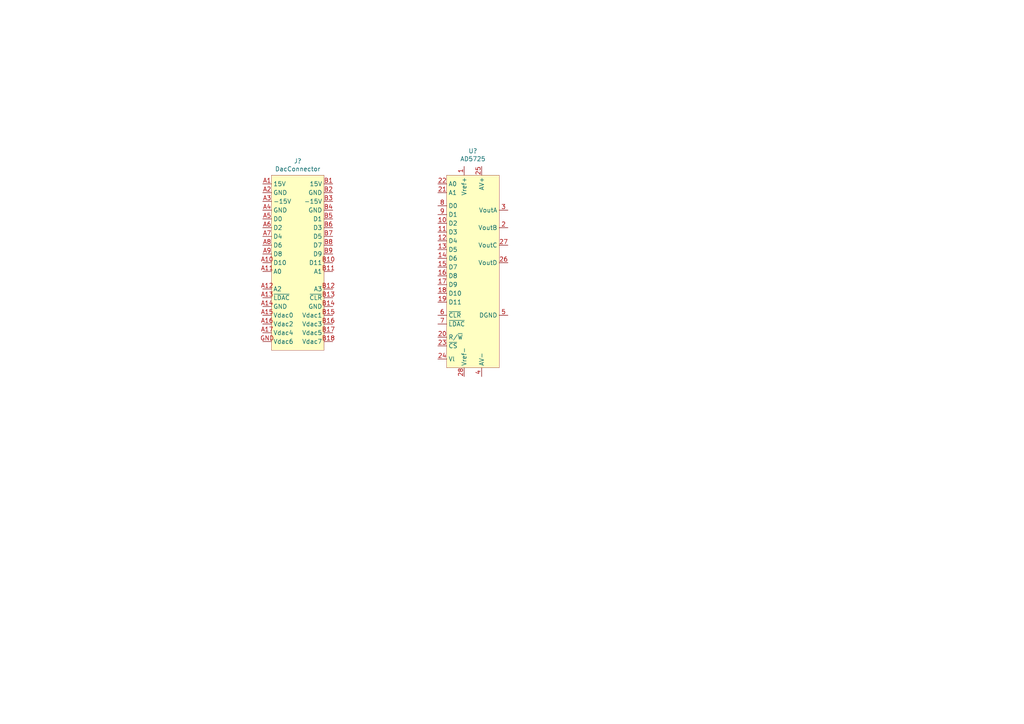
<source format=kicad_sch>
(kicad_sch (version 20210126) (generator eeschema)
  (paper "A4")
  (lib_symbols
    (symbol "Unichip:AD5725"
      (property "Reference" "U" (at 5.08 2.54 0))
      (property "Value" "AD5725" (at -7.62 2.54 0))
      (symbol "AD5725_0_1"
        (rectangle (start -7.62 0) (end 7.62 -55.88) (stroke (width 0.001)) (fill (type background)))
      )
      (symbol "AD5725_1_1"
        (pin power_in line (at -2.54 2.54 270) (length 2.54) (name "Vref+") (number "1"))
        (pin output line (at 10.16 -15.24 180) (length 2.54) (name "VoutB") (number "2"))
        (pin output line (at 10.16 -10.16 180) (length 2.54) (name "VoutA") (number "3"))
        (pin power_in line (at 2.54 -58.42 90) (length 2.54) (name "AV-") (number "4"))
        (pin power_in line (at 10.16 -40.64 180) (length 2.54) (name "DGND") (number "5"))
        (pin input line (at -10.16 -40.64 0) (length 2.54) (name "~CLR") (number "6"))
        (pin input line (at -10.16 -43.18 0) (length 2.54) (name "~LDAC") (number "7"))
        (pin input line (at -10.16 -8.89 0) (length 2.54) (name "D0") (number "8"))
        (pin input line (at -10.16 -11.43 0) (length 2.54) (name "D1") (number "9"))
        (pin input line (at -10.16 -13.97 0) (length 2.54) (name "D2") (number "10"))
        (pin input line (at -10.16 -16.51 0) (length 2.54) (name "D3") (number "11"))
        (pin input line (at -10.16 -19.05 0) (length 2.54) (name "D4") (number "12"))
        (pin input line (at -10.16 -21.59 0) (length 2.54) (name "D5") (number "13"))
        (pin input line (at -10.16 -24.13 0) (length 2.54) (name "D6") (number "14"))
        (pin input line (at -10.16 -26.67 0) (length 2.54) (name "D7") (number "15"))
        (pin input line (at -10.16 -29.21 0) (length 2.54) (name "D8") (number "16"))
        (pin input line (at -10.16 -31.75 0) (length 2.54) (name "D9") (number "17"))
        (pin input line (at -10.16 -34.29 0) (length 2.54) (name "D10") (number "18"))
        (pin input line (at -10.16 -36.83 0) (length 2.54) (name "D11") (number "19"))
        (pin input line (at -10.16 -46.99 0) (length 2.54) (name "R/~W") (number "20"))
        (pin input line (at -10.16 -5.08 0) (length 2.54) (name "A1") (number "21"))
        (pin input line (at -10.16 -2.54 0) (length 2.54) (name "A0") (number "22"))
        (pin input line (at -10.16 -49.53 0) (length 2.54) (name "~CS") (number "23"))
        (pin power_in line (at -10.16 -53.34 0) (length 2.54) (name "Vl") (number "24"))
        (pin power_in line (at 2.54 2.54 270) (length 2.54) (name "AV+") (number "25"))
        (pin output line (at 10.16 -25.4 180) (length 2.54) (name "VoutD") (number "26"))
        (pin output line (at 10.16 -20.32 180) (length 2.54) (name "VoutC") (number "27"))
        (pin power_in line (at -2.54 -58.42 90) (length 2.54) (name "Vref-") (number "28"))
      )
    )
    (symbol "Unichip:DacConnector"
      (property "Reference" "J" (at 2.54 2.54 0))
      (property "Value" "DacConnector" (at -8.89 2.54 0))
      (symbol "DacConnector_0_1"
        (rectangle (start -7.62 0) (end 7.62 -50.8) (stroke (width 0.001)) (fill (type background)))
      )
      (symbol "DacConnector_1_1"
        (pin passive line (at -10.16 -2.54 0) (length 2.54) (name "15V") (number "A1"))
        (pin passive line (at -10.16 -5.08 0) (length 2.54) (name "GND") (number "A2"))
        (pin passive line (at -10.16 -7.62 0) (length 2.54) (name "-15V") (number "A3"))
        (pin passive line (at 10.16 -2.54 180) (length 2.54) (name "15V") (number "B1"))
        (pin passive line (at 10.16 -5.08 180) (length 2.54) (name "GND") (number "B2"))
        (pin passive line (at 10.16 -7.62 180) (length 2.54) (name "-15V") (number "B3"))
        (pin passive line (at -10.16 -10.16 0) (length 2.54) (name "GND") (number "A4"))
        (pin passive line (at -10.16 -12.7 0) (length 2.54) (name "D0") (number "A5"))
        (pin passive line (at -10.16 -15.24 0) (length 2.54) (name "D2") (number "A6"))
        (pin passive line (at -10.16 -17.78 0) (length 2.54) (name "D4") (number "A7"))
        (pin passive line (at -10.16 -20.32 0) (length 2.54) (name "D6") (number "A8"))
        (pin passive line (at -10.16 -22.86 0) (length 2.54) (name "D8") (number "A9"))
        (pin passive line (at -10.16 -25.4 0) (length 2.54) (name "D10") (number "A10"))
        (pin passive line (at -10.16 -27.94 0) (length 2.54) (name "A0") (number "A11"))
        (pin passive line (at 10.16 -15.24 180) (length 2.54) (name "D3") (number "B6"))
        (pin passive line (at 10.16 -17.78 180) (length 2.54) (name "D5") (number "B7"))
        (pin passive line (at 10.16 -20.32 180) (length 2.54) (name "D7") (number "B8"))
        (pin passive line (at 10.16 -22.86 180) (length 2.54) (name "D9") (number "B9"))
        (pin passive line (at 10.16 -25.4 180) (length 2.54) (name "D11") (number "B10"))
        (pin passive line (at 10.16 -27.94 180) (length 2.54) (name "A1") (number "B11"))
        (pin passive line (at 10.16 -10.16 180) (length 2.54) (name "GND") (number "B4"))
        (pin passive line (at -10.16 -33.02 0) (length 2.54) (name "A2") (number "A12"))
        (pin passive line (at -10.16 -35.56 0) (length 2.54) (name "~LDAC") (number "A13"))
        (pin passive line (at -10.16 -38.1 0) (length 2.54) (name "GND") (number "A14"))
        (pin passive line (at -10.16 -40.64 0) (length 2.54) (name "Vdac0") (number "A15"))
        (pin passive line (at -10.16 -43.18 0) (length 2.54) (name "Vdac2") (number "A16"))
        (pin passive line (at -10.16 -45.72 0) (length 2.54) (name "Vdac4") (number "A17"))
        (pin passive line (at -10.16 -48.26 0) (length 2.54) (name "Vdac6") (number "GND"))
        (pin passive line (at 10.16 -33.02 180) (length 2.54) (name "A3") (number "B12"))
        (pin passive line (at 10.16 -38.1 180) (length 2.54) (name "GND") (number "B14"))
        (pin passive line (at 10.16 -40.64 180) (length 2.54) (name "Vdac1") (number "B15"))
        (pin passive line (at 10.16 -35.56 180) (length 2.54) (name "~CLR") (number "B13"))
        (pin passive line (at 10.16 -43.18 180) (length 2.54) (name "Vdac3") (number "B16"))
        (pin passive line (at 10.16 -45.72 180) (length 2.54) (name "Vdac5") (number "B17"))
        (pin passive line (at 10.16 -48.26 180) (length 2.54) (name "Vdac7") (number "B18"))
        (pin passive line (at 10.16 -12.7 180) (length 2.54) (name "D1") (number "B5"))
      )
    )
  )
  (symbol (lib_id "Unichip:DacConnector") (at 86.36 50.8 0) (unit 1)
    (property "Reference" "J?" (at 86.36 46.7163 0))
    (property "Value" "DacConnector" (at 86.36 49.015 0))
  )
  (symbol (lib_id "Unichip:AD5725") (at 137.16 50.8 0) (unit 1)
    (property "Reference" "U?" (at 137.16 43.7958 0))
    (property "Value" "AD5725" (at 137.16 46.0945 0))
  )
)
</source>
